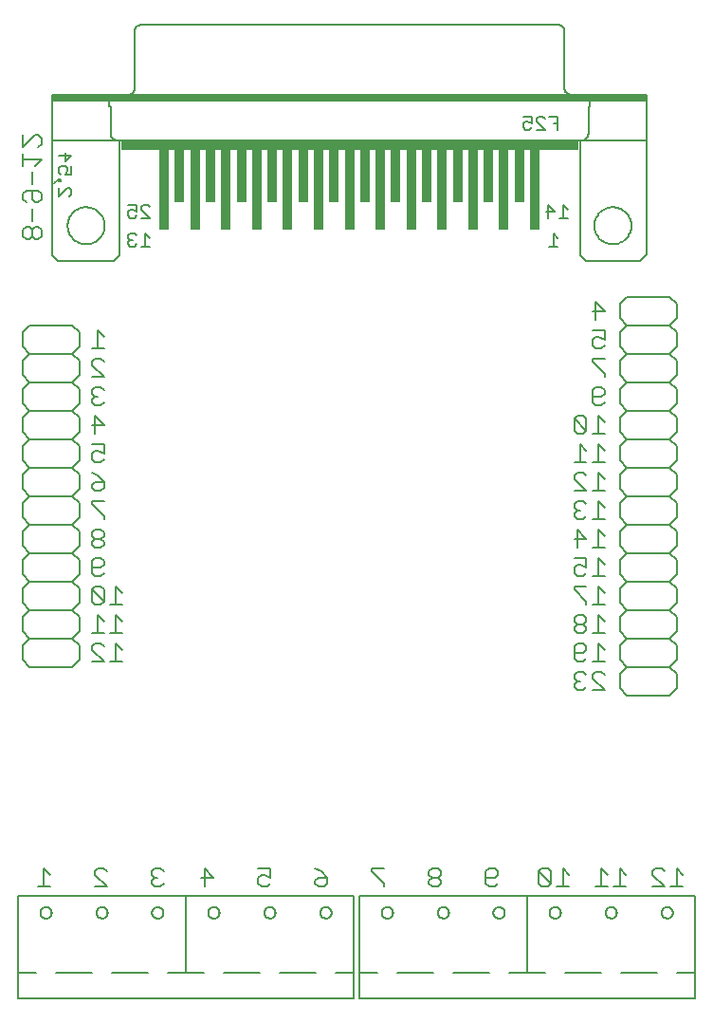
<source format=gbo>
G75*
G70*
%OFA0B0*%
%FSLAX24Y24*%
%IPPOS*%
%LPD*%
%AMOC8*
5,1,8,0,0,1.08239X$1,22.5*
%
%ADD10C,0.0060*%
%ADD11C,0.0050*%
%ADD12R,1.6000X0.0300*%
%ADD13R,2.0900X0.0200*%
%ADD14R,0.0320X0.2850*%
%ADD15R,0.0320X0.1850*%
D10*
X000858Y001120D02*
X000858Y002020D01*
X001488Y002020D01*
X000858Y002020D02*
X000858Y004740D01*
X006768Y004740D01*
X012668Y004740D01*
X012668Y002020D01*
X012038Y002020D01*
X012668Y002020D02*
X012668Y001120D01*
X000858Y001120D01*
X002188Y002020D02*
X003458Y002020D01*
X004158Y002020D02*
X005428Y002020D01*
X006128Y002020D02*
X006768Y002020D01*
X006768Y004740D01*
X007416Y005050D02*
X007416Y005691D01*
X007737Y005370D01*
X007310Y005370D01*
X007548Y004140D02*
X007550Y004168D01*
X007556Y004195D01*
X007565Y004221D01*
X007578Y004246D01*
X007595Y004269D01*
X007614Y004289D01*
X007636Y004306D01*
X007660Y004320D01*
X007686Y004330D01*
X007713Y004337D01*
X007741Y004340D01*
X007769Y004339D01*
X007796Y004334D01*
X007823Y004325D01*
X007848Y004313D01*
X007871Y004298D01*
X007892Y004279D01*
X007910Y004258D01*
X007925Y004234D01*
X007936Y004208D01*
X007944Y004182D01*
X007948Y004154D01*
X007948Y004126D01*
X007944Y004098D01*
X007936Y004072D01*
X007925Y004046D01*
X007910Y004022D01*
X007892Y004001D01*
X007871Y003982D01*
X007848Y003967D01*
X007823Y003955D01*
X007796Y003946D01*
X007769Y003941D01*
X007741Y003940D01*
X007713Y003943D01*
X007686Y003950D01*
X007660Y003960D01*
X007636Y003974D01*
X007614Y003991D01*
X007595Y004011D01*
X007578Y004034D01*
X007565Y004059D01*
X007556Y004085D01*
X007550Y004112D01*
X007548Y004140D01*
X007398Y002020D02*
X006768Y002020D01*
X008098Y002020D02*
X009368Y002020D01*
X010068Y002020D02*
X011338Y002020D01*
X012858Y002020D02*
X012858Y001120D01*
X024668Y001120D01*
X024668Y002020D01*
X024668Y004740D01*
X018768Y004740D01*
X018768Y002020D01*
X018128Y002020D01*
X018768Y002020D02*
X019398Y002020D01*
X020098Y002020D02*
X021368Y002020D01*
X022068Y002020D02*
X023338Y002020D01*
X024038Y002020D02*
X024668Y002020D01*
X023488Y004140D02*
X023490Y004168D01*
X023496Y004195D01*
X023505Y004221D01*
X023518Y004246D01*
X023535Y004269D01*
X023554Y004289D01*
X023576Y004306D01*
X023600Y004320D01*
X023626Y004330D01*
X023653Y004337D01*
X023681Y004340D01*
X023709Y004339D01*
X023736Y004334D01*
X023763Y004325D01*
X023788Y004313D01*
X023811Y004298D01*
X023832Y004279D01*
X023850Y004258D01*
X023865Y004234D01*
X023876Y004208D01*
X023884Y004182D01*
X023888Y004154D01*
X023888Y004126D01*
X023884Y004098D01*
X023876Y004072D01*
X023865Y004046D01*
X023850Y004022D01*
X023832Y004001D01*
X023811Y003982D01*
X023788Y003967D01*
X023763Y003955D01*
X023736Y003946D01*
X023709Y003941D01*
X023681Y003940D01*
X023653Y003943D01*
X023626Y003950D01*
X023600Y003960D01*
X023576Y003974D01*
X023554Y003991D01*
X023535Y004011D01*
X023518Y004034D01*
X023505Y004059D01*
X023496Y004085D01*
X023490Y004112D01*
X023488Y004140D01*
X023592Y005050D02*
X023165Y005050D01*
X023165Y005477D02*
X023165Y005584D01*
X023272Y005691D01*
X023485Y005691D01*
X023592Y005584D01*
X023165Y005477D02*
X023592Y005050D01*
X023810Y005050D02*
X024237Y005050D01*
X024023Y005050D02*
X024023Y005691D01*
X024237Y005477D01*
X022237Y005477D02*
X022023Y005691D01*
X022023Y005050D01*
X021810Y005050D02*
X022237Y005050D01*
X021592Y005050D02*
X021165Y005050D01*
X021379Y005050D02*
X021379Y005691D01*
X021592Y005477D01*
X021518Y004140D02*
X021520Y004168D01*
X021526Y004195D01*
X021535Y004221D01*
X021548Y004246D01*
X021565Y004269D01*
X021584Y004289D01*
X021606Y004306D01*
X021630Y004320D01*
X021656Y004330D01*
X021683Y004337D01*
X021711Y004340D01*
X021739Y004339D01*
X021766Y004334D01*
X021793Y004325D01*
X021818Y004313D01*
X021841Y004298D01*
X021862Y004279D01*
X021880Y004258D01*
X021895Y004234D01*
X021906Y004208D01*
X021914Y004182D01*
X021918Y004154D01*
X021918Y004126D01*
X021914Y004098D01*
X021906Y004072D01*
X021895Y004046D01*
X021880Y004022D01*
X021862Y004001D01*
X021841Y003982D01*
X021818Y003967D01*
X021793Y003955D01*
X021766Y003946D01*
X021739Y003941D01*
X021711Y003940D01*
X021683Y003943D01*
X021656Y003950D01*
X021630Y003960D01*
X021606Y003974D01*
X021584Y003991D01*
X021565Y004011D01*
X021548Y004034D01*
X021535Y004059D01*
X021526Y004085D01*
X021520Y004112D01*
X021518Y004140D01*
X020237Y005050D02*
X019810Y005050D01*
X020023Y005050D02*
X020023Y005691D01*
X020237Y005477D01*
X019592Y005584D02*
X019592Y005157D01*
X019165Y005584D01*
X019165Y005157D01*
X019272Y005050D01*
X019485Y005050D01*
X019592Y005157D01*
X019592Y005584D02*
X019485Y005691D01*
X019272Y005691D01*
X019165Y005584D01*
X018768Y004740D02*
X012858Y004740D01*
X012858Y002020D01*
X013488Y002020D01*
X014188Y002020D02*
X015458Y002020D01*
X016158Y002020D02*
X017428Y002020D01*
X017578Y004140D02*
X017580Y004168D01*
X017586Y004195D01*
X017595Y004221D01*
X017608Y004246D01*
X017625Y004269D01*
X017644Y004289D01*
X017666Y004306D01*
X017690Y004320D01*
X017716Y004330D01*
X017743Y004337D01*
X017771Y004340D01*
X017799Y004339D01*
X017826Y004334D01*
X017853Y004325D01*
X017878Y004313D01*
X017901Y004298D01*
X017922Y004279D01*
X017940Y004258D01*
X017955Y004234D01*
X017966Y004208D01*
X017974Y004182D01*
X017978Y004154D01*
X017978Y004126D01*
X017974Y004098D01*
X017966Y004072D01*
X017955Y004046D01*
X017940Y004022D01*
X017922Y004001D01*
X017901Y003982D01*
X017878Y003967D01*
X017853Y003955D01*
X017826Y003946D01*
X017799Y003941D01*
X017771Y003940D01*
X017743Y003943D01*
X017716Y003950D01*
X017690Y003960D01*
X017666Y003974D01*
X017644Y003991D01*
X017625Y004011D01*
X017608Y004034D01*
X017595Y004059D01*
X017586Y004085D01*
X017580Y004112D01*
X017578Y004140D01*
X017630Y005050D02*
X017416Y005050D01*
X017310Y005157D01*
X017310Y005584D01*
X017416Y005691D01*
X017630Y005691D01*
X017737Y005584D01*
X017737Y005477D01*
X017630Y005370D01*
X017310Y005370D01*
X017630Y005050D02*
X017737Y005157D01*
X015618Y004140D02*
X015620Y004168D01*
X015626Y004195D01*
X015635Y004221D01*
X015648Y004246D01*
X015665Y004269D01*
X015684Y004289D01*
X015706Y004306D01*
X015730Y004320D01*
X015756Y004330D01*
X015783Y004337D01*
X015811Y004340D01*
X015839Y004339D01*
X015866Y004334D01*
X015893Y004325D01*
X015918Y004313D01*
X015941Y004298D01*
X015962Y004279D01*
X015980Y004258D01*
X015995Y004234D01*
X016006Y004208D01*
X016014Y004182D01*
X016018Y004154D01*
X016018Y004126D01*
X016014Y004098D01*
X016006Y004072D01*
X015995Y004046D01*
X015980Y004022D01*
X015962Y004001D01*
X015941Y003982D01*
X015918Y003967D01*
X015893Y003955D01*
X015866Y003946D01*
X015839Y003941D01*
X015811Y003940D01*
X015783Y003943D01*
X015756Y003950D01*
X015730Y003960D01*
X015706Y003974D01*
X015684Y003991D01*
X015665Y004011D01*
X015648Y004034D01*
X015635Y004059D01*
X015626Y004085D01*
X015620Y004112D01*
X015618Y004140D01*
X015630Y005050D02*
X015416Y005050D01*
X015310Y005157D01*
X015310Y005264D01*
X015416Y005370D01*
X015630Y005370D01*
X015737Y005477D01*
X015737Y005584D01*
X015630Y005691D01*
X015416Y005691D01*
X015310Y005584D01*
X015310Y005477D01*
X015416Y005370D01*
X015630Y005370D02*
X015737Y005264D01*
X015737Y005157D01*
X015630Y005050D01*
X013648Y004140D02*
X013650Y004168D01*
X013656Y004195D01*
X013665Y004221D01*
X013678Y004246D01*
X013695Y004269D01*
X013714Y004289D01*
X013736Y004306D01*
X013760Y004320D01*
X013786Y004330D01*
X013813Y004337D01*
X013841Y004340D01*
X013869Y004339D01*
X013896Y004334D01*
X013923Y004325D01*
X013948Y004313D01*
X013971Y004298D01*
X013992Y004279D01*
X014010Y004258D01*
X014025Y004234D01*
X014036Y004208D01*
X014044Y004182D01*
X014048Y004154D01*
X014048Y004126D01*
X014044Y004098D01*
X014036Y004072D01*
X014025Y004046D01*
X014010Y004022D01*
X013992Y004001D01*
X013971Y003982D01*
X013948Y003967D01*
X013923Y003955D01*
X013896Y003946D01*
X013869Y003941D01*
X013841Y003940D01*
X013813Y003943D01*
X013786Y003950D01*
X013760Y003960D01*
X013736Y003974D01*
X013714Y003991D01*
X013695Y004011D01*
X013678Y004034D01*
X013665Y004059D01*
X013656Y004085D01*
X013650Y004112D01*
X013648Y004140D01*
X013737Y005050D02*
X013737Y005157D01*
X013310Y005584D01*
X013310Y005691D01*
X013737Y005691D01*
X011737Y005370D02*
X011737Y005157D01*
X011630Y005050D01*
X011416Y005050D01*
X011310Y005157D01*
X011310Y005264D01*
X011416Y005370D01*
X011737Y005370D01*
X011523Y005584D01*
X011310Y005691D01*
X011488Y004140D02*
X011490Y004168D01*
X011496Y004195D01*
X011505Y004221D01*
X011518Y004246D01*
X011535Y004269D01*
X011554Y004289D01*
X011576Y004306D01*
X011600Y004320D01*
X011626Y004330D01*
X011653Y004337D01*
X011681Y004340D01*
X011709Y004339D01*
X011736Y004334D01*
X011763Y004325D01*
X011788Y004313D01*
X011811Y004298D01*
X011832Y004279D01*
X011850Y004258D01*
X011865Y004234D01*
X011876Y004208D01*
X011884Y004182D01*
X011888Y004154D01*
X011888Y004126D01*
X011884Y004098D01*
X011876Y004072D01*
X011865Y004046D01*
X011850Y004022D01*
X011832Y004001D01*
X011811Y003982D01*
X011788Y003967D01*
X011763Y003955D01*
X011736Y003946D01*
X011709Y003941D01*
X011681Y003940D01*
X011653Y003943D01*
X011626Y003950D01*
X011600Y003960D01*
X011576Y003974D01*
X011554Y003991D01*
X011535Y004011D01*
X011518Y004034D01*
X011505Y004059D01*
X011496Y004085D01*
X011490Y004112D01*
X011488Y004140D01*
X009518Y004140D02*
X009520Y004168D01*
X009526Y004195D01*
X009535Y004221D01*
X009548Y004246D01*
X009565Y004269D01*
X009584Y004289D01*
X009606Y004306D01*
X009630Y004320D01*
X009656Y004330D01*
X009683Y004337D01*
X009711Y004340D01*
X009739Y004339D01*
X009766Y004334D01*
X009793Y004325D01*
X009818Y004313D01*
X009841Y004298D01*
X009862Y004279D01*
X009880Y004258D01*
X009895Y004234D01*
X009906Y004208D01*
X009914Y004182D01*
X009918Y004154D01*
X009918Y004126D01*
X009914Y004098D01*
X009906Y004072D01*
X009895Y004046D01*
X009880Y004022D01*
X009862Y004001D01*
X009841Y003982D01*
X009818Y003967D01*
X009793Y003955D01*
X009766Y003946D01*
X009739Y003941D01*
X009711Y003940D01*
X009683Y003943D01*
X009656Y003950D01*
X009630Y003960D01*
X009606Y003974D01*
X009584Y003991D01*
X009565Y004011D01*
X009548Y004034D01*
X009535Y004059D01*
X009526Y004085D01*
X009520Y004112D01*
X009518Y004140D01*
X009416Y005050D02*
X009630Y005050D01*
X009737Y005157D01*
X009737Y005370D02*
X009523Y005477D01*
X009416Y005477D01*
X009310Y005370D01*
X009310Y005157D01*
X009416Y005050D01*
X009737Y005370D02*
X009737Y005691D01*
X009310Y005691D01*
X005987Y005584D02*
X005880Y005691D01*
X005666Y005691D01*
X005560Y005584D01*
X005560Y005477D01*
X005666Y005370D01*
X005560Y005264D01*
X005560Y005157D01*
X005666Y005050D01*
X005880Y005050D01*
X005987Y005157D01*
X005773Y005370D02*
X005666Y005370D01*
X005578Y004140D02*
X005580Y004168D01*
X005586Y004195D01*
X005595Y004221D01*
X005608Y004246D01*
X005625Y004269D01*
X005644Y004289D01*
X005666Y004306D01*
X005690Y004320D01*
X005716Y004330D01*
X005743Y004337D01*
X005771Y004340D01*
X005799Y004339D01*
X005826Y004334D01*
X005853Y004325D01*
X005878Y004313D01*
X005901Y004298D01*
X005922Y004279D01*
X005940Y004258D01*
X005955Y004234D01*
X005966Y004208D01*
X005974Y004182D01*
X005978Y004154D01*
X005978Y004126D01*
X005974Y004098D01*
X005966Y004072D01*
X005955Y004046D01*
X005940Y004022D01*
X005922Y004001D01*
X005901Y003982D01*
X005878Y003967D01*
X005853Y003955D01*
X005826Y003946D01*
X005799Y003941D01*
X005771Y003940D01*
X005743Y003943D01*
X005716Y003950D01*
X005690Y003960D01*
X005666Y003974D01*
X005644Y003991D01*
X005625Y004011D01*
X005608Y004034D01*
X005595Y004059D01*
X005586Y004085D01*
X005580Y004112D01*
X005578Y004140D01*
X003618Y004140D02*
X003620Y004168D01*
X003626Y004195D01*
X003635Y004221D01*
X003648Y004246D01*
X003665Y004269D01*
X003684Y004289D01*
X003706Y004306D01*
X003730Y004320D01*
X003756Y004330D01*
X003783Y004337D01*
X003811Y004340D01*
X003839Y004339D01*
X003866Y004334D01*
X003893Y004325D01*
X003918Y004313D01*
X003941Y004298D01*
X003962Y004279D01*
X003980Y004258D01*
X003995Y004234D01*
X004006Y004208D01*
X004014Y004182D01*
X004018Y004154D01*
X004018Y004126D01*
X004014Y004098D01*
X004006Y004072D01*
X003995Y004046D01*
X003980Y004022D01*
X003962Y004001D01*
X003941Y003982D01*
X003918Y003967D01*
X003893Y003955D01*
X003866Y003946D01*
X003839Y003941D01*
X003811Y003940D01*
X003783Y003943D01*
X003756Y003950D01*
X003730Y003960D01*
X003706Y003974D01*
X003684Y003991D01*
X003665Y004011D01*
X003648Y004034D01*
X003635Y004059D01*
X003626Y004085D01*
X003620Y004112D01*
X003618Y004140D01*
X003560Y005050D02*
X003987Y005050D01*
X003560Y005477D01*
X003560Y005584D01*
X003666Y005691D01*
X003880Y005691D01*
X003987Y005584D01*
X001987Y005477D02*
X001773Y005691D01*
X001773Y005050D01*
X001560Y005050D02*
X001987Y005050D01*
X001648Y004140D02*
X001650Y004168D01*
X001656Y004195D01*
X001665Y004221D01*
X001678Y004246D01*
X001695Y004269D01*
X001714Y004289D01*
X001736Y004306D01*
X001760Y004320D01*
X001786Y004330D01*
X001813Y004337D01*
X001841Y004340D01*
X001869Y004339D01*
X001896Y004334D01*
X001923Y004325D01*
X001948Y004313D01*
X001971Y004298D01*
X001992Y004279D01*
X002010Y004258D01*
X002025Y004234D01*
X002036Y004208D01*
X002044Y004182D01*
X002048Y004154D01*
X002048Y004126D01*
X002044Y004098D01*
X002036Y004072D01*
X002025Y004046D01*
X002010Y004022D01*
X001992Y004001D01*
X001971Y003982D01*
X001948Y003967D01*
X001923Y003955D01*
X001896Y003946D01*
X001869Y003941D01*
X001841Y003940D01*
X001813Y003943D01*
X001786Y003950D01*
X001760Y003960D01*
X001736Y003974D01*
X001714Y003991D01*
X001695Y004011D01*
X001678Y004034D01*
X001665Y004059D01*
X001656Y004085D01*
X001650Y004112D01*
X001648Y004140D01*
X001267Y012770D02*
X001017Y013020D01*
X001017Y013520D01*
X001267Y013770D01*
X002767Y013770D01*
X003017Y013520D01*
X003017Y013020D01*
X002767Y012770D01*
X001267Y012770D01*
X001267Y013770D02*
X001017Y014020D01*
X001017Y014520D01*
X001267Y014770D01*
X002767Y014770D01*
X003017Y015020D01*
X003017Y015520D01*
X002767Y015770D01*
X001267Y015770D01*
X001017Y015520D01*
X001017Y015020D01*
X001267Y014770D01*
X001267Y015770D02*
X001017Y016020D01*
X001017Y016520D01*
X001267Y016770D01*
X002767Y016770D01*
X003017Y017020D01*
X003017Y017520D01*
X002767Y017770D01*
X001267Y017770D01*
X001017Y017520D01*
X001017Y017020D01*
X001267Y016770D01*
X001267Y017770D02*
X001017Y018020D01*
X001017Y018520D01*
X001267Y018770D01*
X002767Y018770D01*
X003017Y018520D01*
X003017Y018020D01*
X002767Y017770D01*
X003454Y017484D02*
X003454Y017377D01*
X003561Y017270D01*
X003774Y017270D01*
X003881Y017377D01*
X003881Y017484D01*
X003774Y017591D01*
X003561Y017591D01*
X003454Y017484D01*
X003561Y017270D02*
X003454Y017164D01*
X003454Y017057D01*
X003561Y016950D01*
X003774Y016950D01*
X003881Y017057D01*
X003881Y017164D01*
X003774Y017270D01*
X003774Y016591D02*
X003561Y016591D01*
X003454Y016484D01*
X003454Y016057D01*
X003561Y015950D01*
X003774Y015950D01*
X003881Y016057D01*
X003774Y016270D02*
X003454Y016270D01*
X003017Y016520D02*
X002767Y016770D01*
X003017Y016520D02*
X003017Y016020D01*
X002767Y015770D01*
X003454Y015484D02*
X003454Y015057D01*
X003561Y014950D01*
X003774Y014950D01*
X003881Y015057D01*
X003454Y015484D01*
X003561Y015591D01*
X003774Y015591D01*
X003881Y015484D01*
X003881Y015057D01*
X004099Y014950D02*
X004526Y014950D01*
X004312Y014950D02*
X004312Y015591D01*
X004526Y015377D01*
X004312Y014591D02*
X004312Y013950D01*
X004099Y013950D02*
X004526Y013950D01*
X004312Y013591D02*
X004312Y012950D01*
X004099Y012950D02*
X004526Y012950D01*
X004526Y013377D02*
X004312Y013591D01*
X003881Y013484D02*
X003774Y013591D01*
X003561Y013591D01*
X003454Y013484D01*
X003454Y013377D01*
X003881Y012950D01*
X003454Y012950D01*
X002767Y013770D02*
X003017Y014020D01*
X003017Y014520D01*
X002767Y014770D01*
X003454Y013950D02*
X003881Y013950D01*
X003668Y013950D02*
X003668Y014591D01*
X003881Y014377D01*
X004312Y014591D02*
X004526Y014377D01*
X003774Y016270D02*
X003881Y016377D01*
X003881Y016484D01*
X003774Y016591D01*
X003881Y017950D02*
X003881Y018057D01*
X003454Y018484D01*
X003454Y018591D01*
X003881Y018591D01*
X003774Y018950D02*
X003561Y018950D01*
X003454Y019057D01*
X003454Y019164D01*
X003561Y019270D01*
X003881Y019270D01*
X003881Y019057D01*
X003774Y018950D01*
X003881Y019270D02*
X003668Y019484D01*
X003454Y019591D01*
X003561Y019950D02*
X003454Y020057D01*
X003454Y020270D01*
X003561Y020377D01*
X003668Y020377D01*
X003881Y020270D01*
X003881Y020591D01*
X003454Y020591D01*
X003561Y020950D02*
X003561Y021591D01*
X003881Y021270D01*
X003454Y021270D01*
X003017Y021020D02*
X002767Y020770D01*
X001267Y020770D01*
X001017Y020520D01*
X001017Y020020D01*
X001267Y019770D01*
X002767Y019770D01*
X003017Y019520D01*
X003017Y019020D01*
X002767Y018770D01*
X002767Y019770D02*
X003017Y020020D01*
X003017Y020520D01*
X002767Y020770D01*
X003017Y021020D02*
X003017Y021520D01*
X002767Y021770D01*
X001267Y021770D01*
X001017Y021520D01*
X001017Y021020D01*
X001267Y020770D01*
X001267Y019770D02*
X001017Y019520D01*
X001017Y019020D01*
X001267Y018770D01*
X003561Y019950D02*
X003774Y019950D01*
X003881Y020057D01*
X003774Y021950D02*
X003561Y021950D01*
X003454Y022057D01*
X003454Y022164D01*
X003561Y022270D01*
X003668Y022270D01*
X003561Y022270D02*
X003454Y022377D01*
X003454Y022484D01*
X003561Y022591D01*
X003774Y022591D01*
X003881Y022484D01*
X003881Y022057D02*
X003774Y021950D01*
X003017Y022020D02*
X002767Y021770D01*
X003017Y022020D02*
X003017Y022520D01*
X002767Y022770D01*
X001267Y022770D01*
X001017Y022520D01*
X001017Y022020D01*
X001267Y021770D01*
X001267Y022770D02*
X001017Y023020D01*
X001017Y023520D01*
X001267Y023770D01*
X002767Y023770D01*
X003017Y023520D01*
X003017Y023020D01*
X002767Y022770D01*
X003454Y022950D02*
X003881Y022950D01*
X003454Y023377D01*
X003454Y023484D01*
X003561Y023591D01*
X003774Y023591D01*
X003881Y023484D01*
X003881Y023950D02*
X003454Y023950D01*
X003668Y023950D02*
X003668Y024591D01*
X003881Y024377D01*
X003017Y024520D02*
X003017Y024020D01*
X002767Y023770D01*
X003017Y024520D02*
X002767Y024770D01*
X001267Y024770D01*
X001017Y024520D01*
X001017Y024020D01*
X001267Y023770D01*
X002267Y027020D02*
X002067Y027220D01*
X002067Y031220D01*
X002067Y031270D01*
X004067Y031270D01*
X004417Y031270D01*
X004417Y027220D01*
X004217Y027020D01*
X002267Y027020D01*
X001580Y027800D02*
X001474Y027800D01*
X001367Y027907D01*
X001367Y028120D01*
X001260Y028227D01*
X001153Y028227D01*
X001047Y028120D01*
X001047Y027907D01*
X001153Y027800D01*
X001260Y027800D01*
X001367Y027907D01*
X001367Y028120D02*
X001474Y028227D01*
X001580Y028227D01*
X001687Y028120D01*
X001687Y027907D01*
X001580Y027800D01*
X001367Y028445D02*
X001367Y028872D01*
X001474Y029089D02*
X001367Y029196D01*
X001367Y029516D01*
X001580Y029516D02*
X001687Y029409D01*
X001687Y029196D01*
X001580Y029089D01*
X001474Y029089D01*
X001153Y029089D02*
X001047Y029196D01*
X001047Y029409D01*
X001153Y029516D01*
X001580Y029516D01*
X001367Y029734D02*
X001367Y030161D01*
X001474Y030378D02*
X001687Y030592D01*
X001047Y030592D01*
X001047Y030805D02*
X001047Y030378D01*
X001047Y031023D02*
X001474Y031450D01*
X001580Y031450D01*
X001687Y031343D01*
X001687Y031130D01*
X001580Y031023D01*
X001047Y031023D02*
X001047Y031450D01*
X002067Y031270D02*
X002067Y032470D01*
X002067Y032670D01*
X003067Y032670D01*
X004067Y032670D01*
X004067Y032470D01*
X004117Y032470D01*
X004117Y031520D01*
X004119Y031490D01*
X004124Y031460D01*
X004133Y031431D01*
X004146Y031404D01*
X004161Y031378D01*
X004180Y031354D01*
X004201Y031333D01*
X004225Y031314D01*
X004251Y031299D01*
X004278Y031286D01*
X004307Y031277D01*
X004337Y031272D01*
X004367Y031270D01*
X004417Y031270D02*
X004517Y031270D01*
X004517Y030970D01*
X020517Y030970D01*
X020517Y031270D01*
X004517Y031270D01*
X004067Y032670D02*
X020967Y032670D01*
X020967Y032470D01*
X020917Y032470D01*
X020917Y031520D01*
X020915Y031490D01*
X020910Y031460D01*
X020901Y031431D01*
X020888Y031404D01*
X020873Y031378D01*
X020854Y031354D01*
X020833Y031333D01*
X020809Y031314D01*
X020783Y031299D01*
X020756Y031286D01*
X020727Y031277D01*
X020697Y031272D01*
X020667Y031270D01*
X020617Y031270D02*
X020617Y027220D01*
X020817Y027020D01*
X022717Y027020D01*
X022967Y027270D01*
X022967Y031220D01*
X022967Y031270D01*
X022967Y032470D01*
X022967Y032670D01*
X021967Y032670D01*
X020967Y032670D01*
X020317Y032870D02*
X020287Y032872D01*
X020257Y032877D01*
X020228Y032886D01*
X020201Y032899D01*
X020175Y032914D01*
X020151Y032933D01*
X020130Y032954D01*
X020111Y032978D01*
X020096Y033004D01*
X020083Y033031D01*
X020074Y033060D01*
X020069Y033090D01*
X020067Y033120D01*
X020067Y035120D01*
X020065Y035146D01*
X020060Y035172D01*
X020052Y035197D01*
X020040Y035220D01*
X020026Y035242D01*
X020008Y035261D01*
X019989Y035279D01*
X019967Y035293D01*
X019944Y035305D01*
X019919Y035313D01*
X019893Y035318D01*
X019867Y035320D01*
X019767Y035320D01*
X005267Y035320D01*
X005167Y035320D01*
X005141Y035318D01*
X005115Y035313D01*
X005090Y035305D01*
X005067Y035293D01*
X005045Y035279D01*
X005026Y035261D01*
X005008Y035242D01*
X004994Y035220D01*
X004982Y035197D01*
X004974Y035172D01*
X004969Y035146D01*
X004967Y035120D01*
X004967Y033120D01*
X004965Y033090D01*
X004960Y033060D01*
X004951Y033031D01*
X004938Y033004D01*
X004923Y032978D01*
X004904Y032954D01*
X004883Y032933D01*
X004859Y032914D01*
X004833Y032899D01*
X004806Y032886D01*
X004777Y032877D01*
X004747Y032872D01*
X004717Y032870D01*
X005117Y032870D02*
X002067Y032870D01*
X002067Y032670D01*
X005117Y032870D02*
X019917Y032870D01*
X022967Y032870D01*
X022967Y032670D01*
X022967Y031270D02*
X020967Y031270D01*
X020617Y031270D01*
X020517Y031270D01*
X021127Y028270D02*
X021129Y028320D01*
X021135Y028370D01*
X021145Y028420D01*
X021158Y028468D01*
X021175Y028516D01*
X021196Y028562D01*
X021220Y028606D01*
X021248Y028648D01*
X021279Y028688D01*
X021313Y028725D01*
X021350Y028760D01*
X021389Y028791D01*
X021430Y028820D01*
X021474Y028845D01*
X021520Y028867D01*
X021567Y028885D01*
X021615Y028899D01*
X021664Y028910D01*
X021714Y028917D01*
X021764Y028920D01*
X021815Y028919D01*
X021865Y028914D01*
X021915Y028905D01*
X021963Y028893D01*
X022011Y028876D01*
X022057Y028856D01*
X022102Y028833D01*
X022145Y028806D01*
X022185Y028776D01*
X022223Y028743D01*
X022258Y028707D01*
X022291Y028668D01*
X022320Y028627D01*
X022346Y028584D01*
X022369Y028539D01*
X022388Y028492D01*
X022403Y028444D01*
X022415Y028395D01*
X022423Y028345D01*
X022427Y028295D01*
X022427Y028245D01*
X022423Y028195D01*
X022415Y028145D01*
X022403Y028096D01*
X022388Y028048D01*
X022369Y028001D01*
X022346Y027956D01*
X022320Y027913D01*
X022291Y027872D01*
X022258Y027833D01*
X022223Y027797D01*
X022185Y027764D01*
X022145Y027734D01*
X022102Y027707D01*
X022057Y027684D01*
X022011Y027664D01*
X021963Y027647D01*
X021915Y027635D01*
X021865Y027626D01*
X021815Y027621D01*
X021764Y027620D01*
X021714Y027623D01*
X021664Y027630D01*
X021615Y027641D01*
X021567Y027655D01*
X021520Y027673D01*
X021474Y027695D01*
X021430Y027720D01*
X021389Y027749D01*
X021350Y027780D01*
X021313Y027815D01*
X021279Y027852D01*
X021248Y027892D01*
X021220Y027934D01*
X021196Y027978D01*
X021175Y028024D01*
X021158Y028072D01*
X021145Y028120D01*
X021135Y028170D01*
X021129Y028220D01*
X021127Y028270D01*
X021166Y025591D02*
X021487Y025270D01*
X021060Y025270D01*
X021166Y024950D02*
X021166Y025591D01*
X021060Y024591D02*
X021487Y024591D01*
X021487Y024270D01*
X021273Y024377D01*
X021166Y024377D01*
X021060Y024270D01*
X021060Y024057D01*
X021166Y023950D01*
X021380Y023950D01*
X021487Y024057D01*
X021487Y023591D02*
X021060Y023591D01*
X021060Y023484D01*
X021487Y023057D01*
X021487Y022950D01*
X021380Y022591D02*
X021166Y022591D01*
X021060Y022484D01*
X021060Y022057D01*
X021166Y021950D01*
X021380Y021950D01*
X021487Y022057D01*
X021380Y022270D02*
X021060Y022270D01*
X021380Y022270D02*
X021487Y022377D01*
X021487Y022484D01*
X021380Y022591D01*
X022017Y022520D02*
X022017Y022020D01*
X022267Y021770D01*
X023767Y021770D01*
X024017Y021520D01*
X024017Y021020D01*
X023767Y020770D01*
X022267Y020770D01*
X022017Y020520D01*
X022017Y020020D01*
X022267Y019770D01*
X023767Y019770D01*
X024017Y019520D01*
X024017Y019020D01*
X023767Y018770D01*
X022267Y018770D01*
X022017Y018520D01*
X022017Y018020D01*
X022267Y017770D01*
X023767Y017770D01*
X024017Y018020D01*
X024017Y018520D01*
X023767Y018770D01*
X023767Y017770D02*
X024017Y017520D01*
X024017Y017020D01*
X023767Y016770D01*
X022267Y016770D01*
X022017Y016520D01*
X022017Y016020D01*
X022267Y015770D01*
X023767Y015770D01*
X024017Y016020D01*
X024017Y016520D01*
X023767Y016770D01*
X023767Y015770D02*
X024017Y015520D01*
X024017Y015020D01*
X023767Y014770D01*
X022267Y014770D01*
X022017Y014520D01*
X022017Y014020D01*
X022267Y013770D01*
X023767Y013770D01*
X024017Y014020D01*
X024017Y014520D01*
X023767Y014770D01*
X023767Y013770D02*
X024017Y013520D01*
X024017Y013020D01*
X023767Y012770D01*
X024017Y012520D01*
X024017Y012020D01*
X023767Y011770D01*
X022267Y011770D01*
X022017Y012020D01*
X022017Y012520D01*
X022267Y012770D01*
X023767Y012770D01*
X022267Y012770D02*
X022017Y013020D01*
X022017Y013520D01*
X022267Y013770D01*
X022267Y014770D02*
X022017Y015020D01*
X022017Y015520D01*
X022267Y015770D01*
X022267Y016770D02*
X022017Y017020D01*
X022017Y017520D01*
X022267Y017770D01*
X022267Y018770D02*
X022017Y019020D01*
X022017Y019520D01*
X022267Y019770D01*
X022267Y020770D02*
X022017Y021020D01*
X022017Y021520D01*
X022267Y021770D01*
X022017Y022520D02*
X022267Y022770D01*
X023767Y022770D01*
X024017Y022520D01*
X024017Y022020D01*
X023767Y021770D01*
X023767Y020770D02*
X024017Y020520D01*
X024017Y020020D01*
X023767Y019770D01*
X023767Y022770D02*
X024017Y023020D01*
X024017Y023520D01*
X023767Y023770D01*
X022267Y023770D01*
X022017Y023520D01*
X022017Y023020D01*
X022267Y022770D01*
X022267Y023770D02*
X022017Y024020D01*
X022017Y024520D01*
X022267Y024770D01*
X023767Y024770D01*
X024017Y024520D01*
X024017Y024020D01*
X023767Y023770D01*
X023767Y024770D02*
X024017Y025020D01*
X024017Y025520D01*
X023767Y025770D01*
X022267Y025770D01*
X022017Y025520D01*
X022017Y025020D01*
X022267Y024770D01*
X021273Y021591D02*
X021273Y020950D01*
X021060Y020950D02*
X021487Y020950D01*
X021273Y020591D02*
X021273Y019950D01*
X021060Y019950D02*
X021487Y019950D01*
X021273Y019591D02*
X021273Y018950D01*
X021060Y018950D02*
X021487Y018950D01*
X021273Y018591D02*
X021273Y017950D01*
X021060Y017950D02*
X021487Y017950D01*
X021273Y017591D02*
X021273Y016950D01*
X021060Y016950D02*
X021487Y016950D01*
X021273Y016591D02*
X021273Y015950D01*
X021060Y015950D02*
X021487Y015950D01*
X021273Y015591D02*
X021273Y014950D01*
X021060Y014950D02*
X021487Y014950D01*
X021273Y014591D02*
X021273Y013950D01*
X021060Y013950D02*
X021487Y013950D01*
X021273Y013591D02*
X021273Y012950D01*
X021060Y012950D02*
X021487Y012950D01*
X021380Y012591D02*
X021166Y012591D01*
X021060Y012484D01*
X021060Y012377D01*
X021487Y011950D01*
X021060Y011950D01*
X020842Y012057D02*
X020735Y011950D01*
X020522Y011950D01*
X020415Y012057D01*
X020415Y012164D01*
X020522Y012270D01*
X020629Y012270D01*
X020522Y012270D02*
X020415Y012377D01*
X020415Y012484D01*
X020522Y012591D01*
X020735Y012591D01*
X020842Y012484D01*
X020735Y012950D02*
X020522Y012950D01*
X020415Y013057D01*
X020415Y013484D01*
X020522Y013591D01*
X020735Y013591D01*
X020842Y013484D01*
X020842Y013377D01*
X020735Y013270D01*
X020415Y013270D01*
X020735Y012950D02*
X020842Y013057D01*
X021273Y013591D02*
X021487Y013377D01*
X021380Y012591D02*
X021487Y012484D01*
X020735Y013950D02*
X020842Y014057D01*
X020842Y014164D01*
X020735Y014270D01*
X020522Y014270D01*
X020415Y014164D01*
X020415Y014057D01*
X020522Y013950D01*
X020735Y013950D01*
X020735Y014270D02*
X020842Y014377D01*
X020842Y014484D01*
X020735Y014591D01*
X020522Y014591D01*
X020415Y014484D01*
X020415Y014377D01*
X020522Y014270D01*
X020842Y014950D02*
X020842Y015057D01*
X020415Y015484D01*
X020415Y015591D01*
X020842Y015591D01*
X020735Y015950D02*
X020842Y016057D01*
X020735Y015950D02*
X020522Y015950D01*
X020415Y016057D01*
X020415Y016270D01*
X020522Y016377D01*
X020629Y016377D01*
X020842Y016270D01*
X020842Y016591D01*
X020415Y016591D01*
X020522Y016950D02*
X020522Y017591D01*
X020842Y017270D01*
X020415Y017270D01*
X020522Y017950D02*
X020415Y018057D01*
X020415Y018164D01*
X020522Y018270D01*
X020629Y018270D01*
X020522Y018270D02*
X020415Y018377D01*
X020415Y018484D01*
X020522Y018591D01*
X020735Y018591D01*
X020842Y018484D01*
X020842Y018950D02*
X020415Y019377D01*
X020415Y019484D01*
X020522Y019591D01*
X020735Y019591D01*
X020842Y019484D01*
X020842Y018950D02*
X020415Y018950D01*
X020842Y018057D02*
X020735Y017950D01*
X020522Y017950D01*
X021273Y017591D02*
X021487Y017377D01*
X021487Y018377D02*
X021273Y018591D01*
X021487Y019377D02*
X021273Y019591D01*
X020842Y019950D02*
X020415Y019950D01*
X020629Y019950D02*
X020629Y020591D01*
X020842Y020377D01*
X021273Y020591D02*
X021487Y020377D01*
X020842Y021057D02*
X020415Y021484D01*
X020415Y021057D01*
X020522Y020950D01*
X020735Y020950D01*
X020842Y021057D01*
X020842Y021484D01*
X020735Y021591D01*
X020522Y021591D01*
X020415Y021484D01*
X021273Y021591D02*
X021487Y021377D01*
X021273Y016591D02*
X021487Y016377D01*
X021273Y015591D02*
X021487Y015377D01*
X021273Y014591D02*
X021487Y014377D01*
X019548Y004140D02*
X019550Y004168D01*
X019556Y004195D01*
X019565Y004221D01*
X019578Y004246D01*
X019595Y004269D01*
X019614Y004289D01*
X019636Y004306D01*
X019660Y004320D01*
X019686Y004330D01*
X019713Y004337D01*
X019741Y004340D01*
X019769Y004339D01*
X019796Y004334D01*
X019823Y004325D01*
X019848Y004313D01*
X019871Y004298D01*
X019892Y004279D01*
X019910Y004258D01*
X019925Y004234D01*
X019936Y004208D01*
X019944Y004182D01*
X019948Y004154D01*
X019948Y004126D01*
X019944Y004098D01*
X019936Y004072D01*
X019925Y004046D01*
X019910Y004022D01*
X019892Y004001D01*
X019871Y003982D01*
X019848Y003967D01*
X019823Y003955D01*
X019796Y003946D01*
X019769Y003941D01*
X019741Y003940D01*
X019713Y003943D01*
X019686Y003950D01*
X019660Y003960D01*
X019636Y003974D01*
X019614Y003991D01*
X019595Y004011D01*
X019578Y004034D01*
X019565Y004059D01*
X019556Y004085D01*
X019550Y004112D01*
X019548Y004140D01*
X002607Y028270D02*
X002609Y028320D01*
X002615Y028370D01*
X002625Y028420D01*
X002638Y028468D01*
X002655Y028516D01*
X002676Y028562D01*
X002700Y028606D01*
X002728Y028648D01*
X002759Y028688D01*
X002793Y028725D01*
X002830Y028760D01*
X002869Y028791D01*
X002910Y028820D01*
X002954Y028845D01*
X003000Y028867D01*
X003047Y028885D01*
X003095Y028899D01*
X003144Y028910D01*
X003194Y028917D01*
X003244Y028920D01*
X003295Y028919D01*
X003345Y028914D01*
X003395Y028905D01*
X003443Y028893D01*
X003491Y028876D01*
X003537Y028856D01*
X003582Y028833D01*
X003625Y028806D01*
X003665Y028776D01*
X003703Y028743D01*
X003738Y028707D01*
X003771Y028668D01*
X003800Y028627D01*
X003826Y028584D01*
X003849Y028539D01*
X003868Y028492D01*
X003883Y028444D01*
X003895Y028395D01*
X003903Y028345D01*
X003907Y028295D01*
X003907Y028245D01*
X003903Y028195D01*
X003895Y028145D01*
X003883Y028096D01*
X003868Y028048D01*
X003849Y028001D01*
X003826Y027956D01*
X003800Y027913D01*
X003771Y027872D01*
X003738Y027833D01*
X003703Y027797D01*
X003665Y027764D01*
X003625Y027734D01*
X003582Y027707D01*
X003537Y027684D01*
X003491Y027664D01*
X003443Y027647D01*
X003395Y027635D01*
X003345Y027626D01*
X003295Y027621D01*
X003244Y027620D01*
X003194Y027623D01*
X003144Y027630D01*
X003095Y027641D01*
X003047Y027655D01*
X003000Y027673D01*
X002954Y027695D01*
X002910Y027720D01*
X002869Y027749D01*
X002830Y027780D01*
X002793Y027815D01*
X002759Y027852D01*
X002728Y027892D01*
X002700Y027934D01*
X002676Y027978D01*
X002655Y028024D01*
X002638Y028072D01*
X002625Y028120D01*
X002615Y028170D01*
X002609Y028220D01*
X002607Y028270D01*
D11*
X002667Y029295D02*
X002742Y029370D01*
X002742Y029520D01*
X002667Y029595D01*
X002592Y029595D01*
X002292Y029295D01*
X002292Y029595D01*
X002142Y029755D02*
X002292Y029906D01*
X002292Y029830D01*
X002367Y029830D01*
X002367Y029906D01*
X002292Y029906D01*
X002367Y030062D02*
X002292Y030137D01*
X002292Y030288D01*
X002367Y030363D01*
X002517Y030363D01*
X002592Y030288D01*
X002592Y030212D01*
X002517Y030062D01*
X002742Y030062D01*
X002742Y030363D01*
X002517Y030523D02*
X002517Y030823D01*
X002742Y030748D02*
X002517Y030523D01*
X002292Y030748D02*
X002742Y030748D01*
X004731Y028995D02*
X005031Y028995D01*
X005031Y028770D01*
X004881Y028845D01*
X004806Y028845D01*
X004731Y028770D01*
X004731Y028620D01*
X004806Y028545D01*
X004956Y028545D01*
X005031Y028620D01*
X005191Y028545D02*
X005492Y028545D01*
X005191Y028845D01*
X005191Y028920D01*
X005266Y028995D01*
X005417Y028995D01*
X005492Y028920D01*
X005342Y027995D02*
X005342Y027545D01*
X005492Y027545D02*
X005191Y027545D01*
X005031Y027620D02*
X004956Y027545D01*
X004806Y027545D01*
X004731Y027620D01*
X004731Y027695D01*
X004806Y027770D01*
X004881Y027770D01*
X004806Y027770D02*
X004731Y027845D01*
X004731Y027920D01*
X004806Y027995D01*
X004956Y027995D01*
X005031Y027920D01*
X005342Y027995D02*
X005492Y027845D01*
X018621Y031720D02*
X018696Y031645D01*
X018846Y031645D01*
X018921Y031720D01*
X018921Y031870D02*
X018771Y031945D01*
X018696Y031945D01*
X018621Y031870D01*
X018621Y031720D01*
X018921Y031870D02*
X018921Y032095D01*
X018621Y032095D01*
X019081Y032020D02*
X019156Y032095D01*
X019306Y032095D01*
X019381Y032020D01*
X019541Y032095D02*
X019842Y032095D01*
X019842Y031645D01*
X019842Y031870D02*
X019692Y031870D01*
X019381Y031645D02*
X019081Y031945D01*
X019081Y032020D01*
X019081Y031645D02*
X019381Y031645D01*
X019506Y028995D02*
X019731Y028770D01*
X019431Y028770D01*
X019506Y028545D02*
X019506Y028995D01*
X019891Y028545D02*
X020192Y028545D01*
X020042Y028545D02*
X020042Y028995D01*
X020192Y028845D01*
X019692Y027995D02*
X019692Y027545D01*
X019842Y027545D02*
X019541Y027545D01*
X019842Y027845D02*
X019692Y027995D01*
D12*
X012517Y031120D03*
D13*
X012517Y032770D03*
D14*
X012517Y029545D03*
X013597Y029545D03*
X014687Y029545D03*
X015777Y029545D03*
X016867Y029545D03*
X017947Y029545D03*
X019037Y029545D03*
X011427Y029545D03*
X010347Y029545D03*
X009257Y029545D03*
X008167Y029545D03*
X007087Y029545D03*
X005997Y029545D03*
D15*
X006547Y030045D03*
X007637Y030045D03*
X008717Y030045D03*
X009797Y030045D03*
X010887Y030045D03*
X011977Y030045D03*
X013057Y030045D03*
X014147Y030045D03*
X015237Y030045D03*
X016317Y030045D03*
X017407Y030045D03*
X018497Y030045D03*
M02*

</source>
